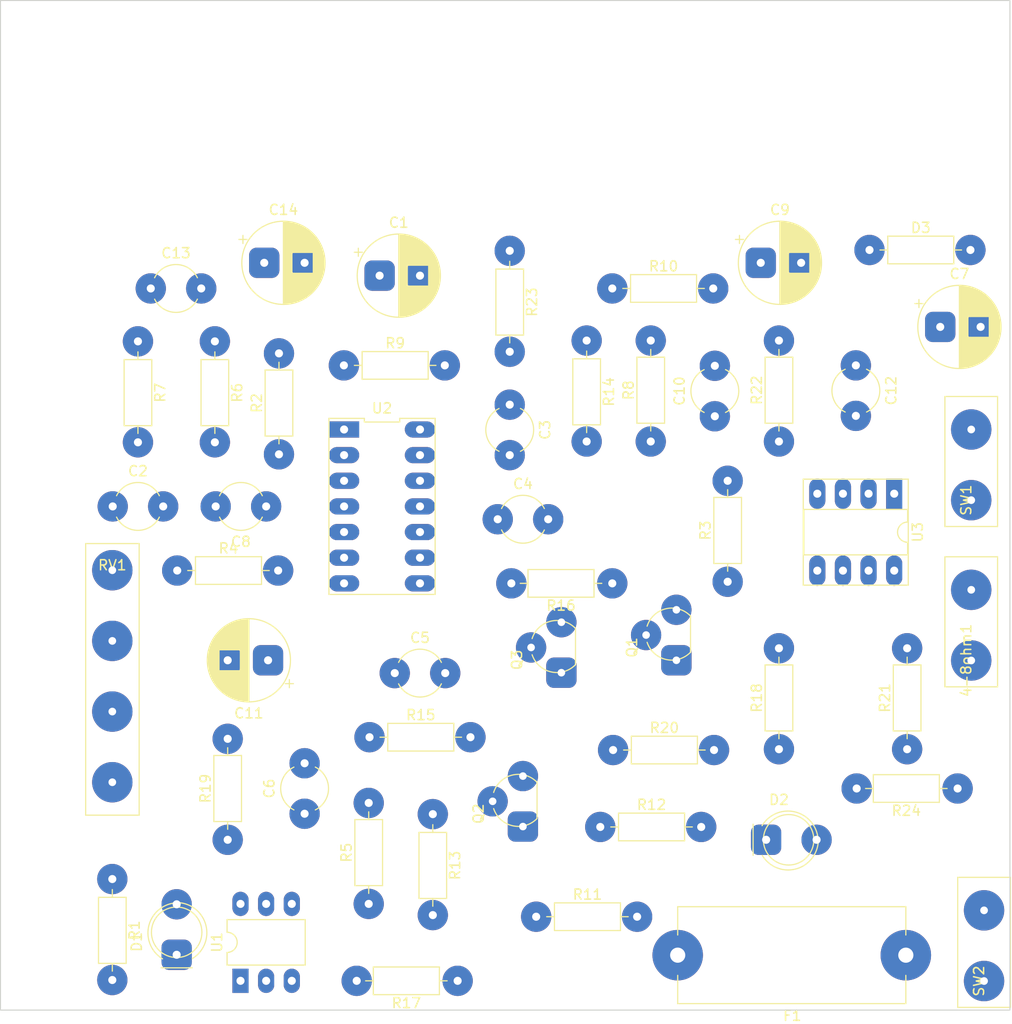
<source format=kicad_pcb>
(kicad_pcb (version 20221018) (generator pcbnew)
  (title_block (title "Sidetone-morse-voice-generator") (date "2024-02-06") (rev "0"))
  (layers (0 "F.Cu" signal) (31 "B.Cu" signal) (34 "B.Paste" user) (35 "F.Paste" user) (36 "B.SilkS" user "B.Silkscreen") (37 "F.SilkS" user "F.Silkscreen") (38 "B.Mask" user) (39 "F.Mask" user) (44 "Edge.Cuts" user))
  (net 0 "")
  (net 1 "Net-(U2A--)")
  (net 2 "GNDD")
  (net 3 "Net-(Q2-B)")
  (net 4 "Net-(C3-Pad1)")
  (net 5 "Net-(U2D--)")
  (net 6 "Net-(U2C--)")
  (net 7 "Net-(C4-Pad2)")
  (net 8 "Net-(U2C-+)")
  (net 9 "Net-(Q1-C)")
  (net 10 "Net-(C6-Pad2)")
  (net 11 "Net-(C7-Pad1)")
  (net 12 "Net-(C8-Pad2)")
  (net 13 "VCC")
  (net 14 "Net-(C10-Pad2)")
  (net 15 "Net-(C12-Pad1)")
  (net 16 "Net-(U3-+)")
  (net 17 "Net-(C13-Pad1)")
  (net 18 "Net-(4-8ohm1-Pad1)")
  (net 19 "Net-(SW2A-A)")
  (net 20 "Net-(Q1-E)")
  (net 21 "Net-(Q1-B)")
  (net 22 "Net-(Q2-E)")
  (net 23 "Net-(Q3-B)")
  (net 24 "Net-(Q3-C)")
  (net 25 "Net-(D1-A)")
  (net 26 "Net-(R5-Pad1)")
  (net 27 "Net-(R6-Pad1)")
  (net 28 "Net-(U2A-+)")
  (net 29 "Net-(R22-Pad1)")
  (net 30 "Net-(D2-A)")
  (net 31 "Net-(D1-K)")
  (net 32 "Net-(SW1A-A)")
  (net 38 "Net-(R15-Pad1)")
  (footprint "000_Other_Device:Kapcsolo_Pad_Group_2Pin_P7mm" (layer "F.Cu") (at 196.85 147.34 90)
    (fp_text reference "SW2" (at 0 -0.5 90 unlocked) (layer "F.SilkS"))
    (fp_text value "On/off")
    (pad "1" thru_hole circle (at 0 0 90) (size 4 4) (drill 0.762) (layers "*.Cu" "*.Mask") (net 19 "Net-(SW2A-A)"))
    (pad "2" thru_hole circle (at 7 0 90) (size 4 4) (drill 0.762) (layers "*.Cu" "*.Mask") (net 13 "VCC"))
  )
  (footprint "000_Capacitor:C_Radial_Ceramic_D4.5mm_P5.00mm" (layer "F.Cu") (at 110.53 100.33)
    (fp_text reference "C2" (at 2.5 -3.5) (layer "F.SilkS"))
    (fp_text value "20nF")
    (pad "1" thru_hole circle (at 0 0) (size 3 3) (drill 0.8) (layers "*.Cu" "*.Mask") (net 3 "Net-(Q2-B)"))
    (pad "2" thru_hole circle (at 5 0) (size 3 3) (drill 0.8) (layers "*.Cu" "*.Mask") (net 2 "GNDD"))
  )
  (footprint "000_Capacitor:C_Radial_Ceramic_D4.5mm_P5.00mm" (layer "F.Cu") (at 129.54 130.77 90)
    (fp_text reference "C6" (at 2.5 -3.5 90) (layer "F.SilkS"))
    (fp_text value "10nF")
    (pad "1" thru_hole circle (at 0 0 90) (size 3 3) (drill 0.8) (layers "*.Cu" "*.Mask") (net 9 "Net-(Q1-C)"))
    (pad "2" thru_hole circle (at 5 0 90) (size 3 3) (drill 0.8) (layers "*.Cu" "*.Mask") (net 10 "Net-(C6-Pad2)"))
  )
  (footprint "000_Resistor:R_Axial_L6.3mm_D2.5mm_P10.0mm_Horizontal" (layer "F.Cu") (at 176.53 93.9 90)
    (fp_text reference "R22" (at 5.08 -2.2 90) (layer "F.SilkS"))
    (fp_text value "15K")
    (pad "1" thru_hole circle (at 0 0 90) (size 3 3) (drill 0.8) (layers "*.Cu" "*.Mask") (net 29 "Net-(R22-Pad1)"))
    (pad "2" thru_hole circle (at 10 0 90) (size 3 3) (drill 0.8) (layers "*.Cu" "*.Mask") (net 15 "Net-(C12-Pad1)"))
  )
  (footprint "000_IC:DIP-14_LM324" (layer "F.Cu") (at 137.21 100.33 -90)
    (fp_text reference "U2" (at -9.72 0) (layer "F.SilkS"))
    (fp_text value "LM324")
    (pad "1" thru_hole rect (at -7.62 3.76 270) (size 1.6 3) (drill 0.8) (layers "*.Cu" "*.Mask") (net 27 "Net-(R6-Pad1)"))
    (pad "2" thru_hole oval (at -5.08 3.76 270) (size 1.6 3) (drill 0.8) (layers "*.Cu" "*.Mask") (net 1 "Net-(U2A--)"))
    (pad "3" thru_hole oval (at -2.54 3.76 270) (size 1.6 3) (drill 0.8) (layers "*.Cu" "*.Mask") (net 28 "Net-(U2A-+)"))
    (pad "4" thru_hole oval (at 0 3.76 270) (size 1.6 3) (drill 0.8) (layers "*.Cu" "*.Mask") (net 13 "VCC"))
    (pad "5" thru_hole oval (at 2.54 3.76 270) (size 1.6 3) (drill 0.8) (layers "*.Cu" "*.Mask") (net 24 "Net-(Q3-C)"))
    (pad "6" thru_hole oval (at 5.08 3.76 270) (size 1.6 3) (drill 0.8) (layers "*.Cu" "*.Mask") (net 9 "Net-(Q1-C)"))
    (pad "7" thru_hole oval (at 7.62 3.76 270) (size 1.6 3) (drill 0.8) (layers "*.Cu" "*.Mask") (net 10 "Net-(C6-Pad2)"))
    (pad "8" thru_hole oval (at 7.62 -3.76 270) (size 1.6 3) (drill 0.8) (layers "*.Cu" "*.Mask") (net 6 "Net-(U2C--)"))
    (pad "9" thru_hole oval (at 5.08 -3.76 270) (size 1.6 3) (drill 0.8) (layers "*.Cu" "*.Mask") (net 6 "Net-(U2C--)"))
    (pad "10" thru_hole oval (at 2.54 -3.76 270) (size 1.6 3) (drill 0.8) (layers "*.Cu" "*.Mask") (net 8 "Net-(U2C-+)"))
    (pad "11" thru_hole oval (at 0 -3.76 270) (size 1.6 3) (drill 0.8) (layers "*.Cu" "*.Mask") (net 2 "GNDD"))
    (pad "12" thru_hole oval (at -2.54 -3.76 270) (size 1.6 3) (drill 0.8) (layers "*.Cu" "*.Mask") (net 1 "Net-(U2A--)"))
    (pad "13" thru_hole oval (at -5.08 -3.76 270) (size 1.6 3) (drill 0.8) (layers "*.Cu" "*.Mask") (net 5 "Net-(U2D--)"))
    (pad "14" thru_hole oval (at -7.62 -3.76 270) (size 1.6 3) (drill 0.8) (layers "*.Cu" "*.Mask") (net 4 "Net-(C3-Pad1)"))
  )
  (footprint "000_Diode:LED_D5.0mm_P5.0_Clear" (layer "F.Cu") (at 175.26 133.35)
    (fp_text reference "D2" (at 1.27 -3.96) (layer "F.SilkS"))
    (fp_text value "Power (Green)")
    (pad "1" thru_hole roundrect (at 0 0) (size 3 3) (drill 0.8) (layers "*.Cu" "*.Mask") (net 2 "GNDD"))
    (pad "2" thru_hole circle (at 5 0) (size 3 3) (drill 0.8) (layers "*.Cu" "*.Mask") (net 30 "Net-(D2-A)"))
  )
  (footprint "000_Capacitor:C_Radial_Ceramic_D4.5mm_P5.00mm" (layer "F.Cu") (at 170.18 91.4 90)
    (fp_text reference "C10" (at 2.5 -3.5 90) (layer "F.SilkS"))
    (fp_text value "100nF")
    (pad "1" thru_hole circle (at 0 0 90) (size 3 3) (drill 0.8) (layers "*.Cu" "*.Mask") (net 6 "Net-(U2C--)"))
    (pad "2" thru_hole circle (at 5 0 90) (size 3 3) (drill 0.8) (layers "*.Cu" "*.Mask") (net 14 "Net-(C10-Pad2)"))
  )
  (footprint "000_Capacitor:CP_Radial_Elektrolit_D8.0mm_P4.0mm_H12" (layer "F.Cu") (at 125.54 76.2)
    (fp_text reference "C14" (at 1.9 -5.25) (layer "F.SilkS"))
    (fp_text value "100uF/16V")
    (pad "1" thru_hole roundrect (at 0 0) (size 3 3) (drill 0.8) (layers "*.Cu" "*.Mask") (net 17 "Net-(C13-Pad1)"))
    (pad "2" thru_hole circle (at 4 0) (size 3 3) (drill 0.8) (layers "*.Cu" "*.Mask") (net 18 "Net-(4-8ohm1-Pad1)"))
  )
  (footprint "000_Transistor:TO-92_Kis_Muanyag_Hazas_Transistor" (layer "F.Cu") (at 166.37 115.57 90)
    (fp_text reference "Q1" (at 1.27 -4.4 90) (layer "F.SilkS"))
    (fp_text value "2N3904")
    (pad "1" thru_hole roundrect (at 0 0 90) (size 3 3) (drill 0.75) (layers "*.Cu" "*.Mask") (chamfer_ratio 0.2) (chamfer) (net 20 "Net-(Q1-E)"))
    (pad "2" thru_hole circle (at 2.5 -3 90) (size 3 3) (drill 0.75) (layers "*.Cu" "*.Mask") (net 21 "Net-(Q1-B)"))
    (pad "3" thru_hole circle (at 5 0 90) (size 3 3) (drill 0.75) (layers "*.Cu" "*.Mask") (net 9 "Net-(Q1-C)"))
  )
  (footprint "000_Capacitor:CP_Radial_Elektrolit_D8.0mm_P4.0mm_H12" (layer "F.Cu") (at 136.97 77.47)
    (fp_text reference "C1" (at 1.9 -5.25) (layer "F.SilkS"))
    (fp_text value "100uF/16V")
    (pad "1" thru_hole roundrect (at 0 0) (size 3 3) (drill 0.8) (layers "*.Cu" "*.Mask") (net 1 "Net-(U2A--)"))
    (pad "2" thru_hole circle (at 4 0) (size 3 3) (drill 0.8) (layers "*.Cu" "*.Mask") (net 2 "GNDD"))
  )
  (footprint "000_Resistor:R_Axial_L6.3mm_D2.5mm_P10.0mm_Horizontal" (layer "F.Cu") (at 185.5 74.93)
    (fp_text reference "D3" (at 5.08 -2.2) (layer "F.SilkS"))
    (fp_text value "1N4001")
    (pad "1" thru_hole circle (at 0 0) (size 3 3) (drill 0.8) (layers "*.Cu" "*.Mask") (net 13 "VCC"))
    (pad "2" thru_hole circle (at 10 0) (size 3 3) (drill 0.8) (layers "*.Cu" "*.Mask") (net 2 "GNDD"))
  )
  (footprint "000_Resistor:Potenciometer_4Pin_P7mm" (layer "F.Cu") (at 110.49 106.65)
    (fp_text reference "RV1" (at 0 -0.5 unlocked) (layer "F.SilkS"))
    (fp_text value "10K Audio")
    (pad "1" thru_hole circle (at 0 0) (size 4 4) (drill 0.762) (layers "*.Cu" "*.Mask") (net 12 "Net-(C8-Pad2)"))
    (pad "2" thru_hole circle (at 0 7) (size 4 4) (drill 0.762) (layers "*.Cu" "*.Mask") (net 29 "Net-(R22-Pad1)"))
    (pad "3" thru_hole circle (at 0 14) (size 4 4) (drill 0.762) (layers "*.Cu" "*.Mask") (net 2 "GNDD"))
    (pad "4" thru_hole circle (at 0 21) (size 4 4) (drill 0.762) (layers "*.Cu" "*.Mask"))
  )
  (footprint "000_Resistor:R_Axial_L6.3mm_D2.5mm_P10.0mm_Horizontal" (layer "F.Cu") (at 120.65 83.98 -90)
    (fp_text reference "R6" (at 5.08 -2.2 90) (layer "F.SilkS"))
    (fp_text value "100K")
    (pad "1" thru_hole circle (at 0 0 270) (size 3 3) (drill 0.8) (layers "*.Cu" "*.Mask") (net 27 "Net-(R6-Pad1)"))
    (pad "2" thru_hole circle (at 10 0 270) (size 3 3) (drill 0.8) (layers "*.Cu" "*.Mask") (net 28 "Net-(U2A-+)"))
  )
  (footprint "000_Resistor:R_Axial_L6.3mm_D2.5mm_P10.0mm_Horizontal" (layer "F.Cu") (at 152.48 140.97)
    (fp_text reference "R11" (at 5.08 -2.2) (layer "F.SilkS"))
    (fp_text value "22 K")
    (pad "1" thru_hole circle (at 0 0) (size 3 3) (drill 0.8) (layers "*.Cu" "*.Mask") (net 13 "VCC"))
    (pad "2" thru_hole circle (at 10 0) (size 3 3) (drill 0.8) (layers "*.Cu" "*.Mask") (net 9 "Net-(Q1-C)"))
  )
  (footprint "000_Capacitor:CP_Radial_Elektrolit_D8.0mm_P4.0mm_H12" (layer "F.Cu") (at 125.92 115.57 180)
    (fp_text reference "C11" (at 1.9 -5.25) (layer "F.SilkS"))
    (fp_text value "100uF/16V")
    (pad "1" thru_hole roundrect (at 0 0 180) (size 3 3) (drill 0.8) (layers "*.Cu" "*.Mask") (net 13 "VCC"))
    (pad "2" thru_hole circle (at 4 0 180) (size 3 3) (drill 0.8) (layers "*.Cu" "*.Mask") (net 2 "GNDD"))
  )
  (footprint "000_Resistor:R_Axial_L6.3mm_D2.5mm_P10.0mm_Horizontal" (layer "F.Cu") (at 194.23 128.27 180)
    (fp_text reference "R24" (at 5.08 -2.2) (layer "F.SilkS"))
    (fp_text value "1K")
    (pad "1" thru_hole circle (at 0 0 180) (size 3 3) (drill 0.8) (layers "*.Cu" "*.Mask") (net 13 "VCC"))
    (pad "2" thru_hole circle (at 10 0 180) (size 3 3) (drill 0.8) (layers "*.Cu" "*.Mask") (net 30 "Net-(D2-A)"))
  )
  (footprint "000_Resistor:R_Axial_L6.3mm_D2.5mm_P10.0mm_Horizontal" (layer "F.Cu") (at 121.92 133.35 90)
    (fp_text reference "R19" (at 5.08 -2.2 90) (layer "F.SilkS"))
    (fp_text value "10K")
    (pad "1" thru_hole circle (at 0 0 90) (size 3 3) (drill 0.8) (layers "*.Cu" "*.Mask") (net 9 "Net-(Q1-C)"))
    (pad "2" thru_hole circle (at 10 0 90) (size 3 3) (drill 0.8) (layers "*.Cu" "*.Mask") (net 10 "Net-(C6-Pad2)"))
  )
  (footprint "000_Other_Device:Fuseholder_22x10mm_Horizontal" (layer "F.Cu") (at 189.1 144.78 180)
    (fp_text reference "F1" (at 11.25 -6) (layer "F.SilkS"))
    (fp_text value "1A")
    (pad "1" thru_hole circle (at 0 0 180) (size 5 5) (drill 1.5) (layers "*.Cu" "*.Mask") (net 13 "VCC"))
    (pad "2" thru_hole circle (at 22.6 0 180) (size 5 5) (drill 1.5) (layers "*.Cu" "*.Mask") (net 19 "Net-(SW2A-A)"))
  )
  (footprint "000_Resistor:R_Axial_L6.3mm_D2.5mm_P10.0mm_Horizontal" (layer "F.Cu") (at 135.97 123.19)
    (fp_text reference "R15" (at 5.08 -2.2) (layer "F.SilkS"))
    (fp_text value "330")
    (pad "1" thru_hole circle (at 0 0) (size 3 3) (drill 0.8) (layers "*.Cu" "*.Mask") (net 38 "Net-(R15-Pad1)"))
    (pad "2" thru_hole circle (at 10 0) (size 3 3) (drill 0.8) (layers "*.Cu" "*.Mask") (net 23 "Net-(Q3-B)"))
  )
  (footprint "000_Resistor:R_Axial_L6.3mm_D2.5mm_P10.0mm_Horizontal" (layer "F.Cu") (at 160.1 124.46)
    (fp_text reference "R20" (at 5.08 -2.2) (layer "F.SilkS"))
    (fp_text value "10K")
    (pad "1" thru_hole circle (at 0 0) (size 3 3) (drill 0.8) (layers "*.Cu" "*.Mask") (net 13 "VCC"))
    (pad "2" thru_hole circle (at 10 0) (size 3 3) (drill 0.8) (layers "*.Cu" "*.Mask") (net 11 "Net-(C7-Pad1)"))
  )
  (footprint "000_Resistor:R_Axial_L6.3mm_D2.5mm_P10.0mm_Horizontal" (layer "F.Cu") (at 163.83 93.9 90)
    (fp_text reference "R8" (at 5.08 -2.2 90) (layer "F.SilkS"))
    (fp_text value "330")
    (pad "1" thru_hole circle (at 0 0 90) (size 3 3) (drill 0.8) (layers "*.Cu" "*.Mask") (net 38 "Net-(R15-Pad1)"))
    (pad "2" thru_hole circle (at 10 0 90) (size 3 3) (drill 0.8) (layers "*.Cu" "*.Mask") (net 21 "Net-(Q1-B)"))
  )
  (footprint "000_Transistor:TO-92_Kis_Muanyag_Hazas_Transistor" (layer "F.Cu") (at 154.9775 116.8 90)
    (fp_text reference "Q3" (at 1.27 -4.4 90) (layer "F.SilkS"))
    (fp_text value "2N3904")
    (pad "1" thru_hole roundrect (at 0 0 90) (size 3 3) (drill 0.75) (layers "*.Cu" "*.Mask") (chamfer_ratio 0.2) (chamfer) (net 20 "Net-(Q1-E)"))
    (pad "2" thru_hole circle (at 2.5 -3 90) (size 3 3) (drill 0.75) (layers "*.Cu" "*.Mask") (net 23 "Net-(Q3-B)"))
    (pad "3" thru_hole circle (at 5 0 90) (size 3 3) (drill 0.75) (layers "*.Cu" "*.Mask") (net 24 "Net-(Q3-C)"))
  )
  (footprint "000_Capacitor:CP_Radial_Elektrolit_D8.0mm_P4.0mm_H12" (layer "F.Cu") (at 174.727349 76.2)
    (fp_text reference "C9" (at 1.9 -5.25) (layer "F.SilkS"))
    (fp_text value "100uF/16V")
    (pad "1" thru_hole roundrect (at 0 0) (size 3 3) (drill 0.8) (layers "*.Cu" "*.Mask") (net 13 "VCC"))
    (pad "2" thru_hole circle (at 4 0) (size 3 3) (drill 0.8) (layers "*.Cu" "*.Mask") (net 2 "GNDD"))
  )
  (footprint "000_Resistor:R_Axial_L6.3mm_D2.5mm_P10.0mm_Horizontal" (layer "F.Cu") (at 127 95.17 90)
    (fp_text reference "R2" (at 5.08 -2.2 90) (layer "F.SilkS"))
    (fp_text value "10 K")
    (pad "1" thru_hole circle (at 0 0 90) (size 3 3) (drill 0.8) (layers "*.Cu" "*.Mask") (net 13 "VCC"))
    (pad "2" thru_hole circle (at 10 0 90) (size 3 3) (drill 0.8) (layers "*.Cu" "*.Mask") (net 1 "Net-(U2A--)"))
  )
  (footprint "000_Diode:LED_D5.0mm_P5.0_Clear" (layer "F.Cu") (at 116.865 144.74 90)
    (fp_text reference "D1" (at 1.27 -3.96 90) (layer "F.SilkS"))
    (fp_text value "Red")
    (pad "1" thru_hole roundrect (at 0 0 90) (size 3 3) (drill 0.8) (layers "*.Cu" "*.Mask") (net 31 "Net-(D1-K)"))
    (pad "2" thru_hole circle (at 5 0 90) (size 3 3) (drill 0.8) (layers "*.Cu" "*.Mask") (net 25 "Net-(D1-A)"))
  )
  (footprint "000_Resistor:R_Axial_L6.3mm_D2.5mm_P10.0mm_Horizontal" (layer "F.Cu") (at 189.23 124.38 90)
    (fp_text reference "R21" (at 5.08 -2.2 90) (layer "F.SilkS"))
    (fp_text value "10")
    (pad "1" thru_hole circle (at 0 0 90) (size 3 3) (drill 0.8) (layers "*.Cu" "*.Mask") (net 13 "VCC"))
    (pad "2" thru_hole circle (at 10 0 90) (size 3 3) (drill 0.8) (layers "*.Cu" "*.Mask") (net 13 "VCC"))
  )
  (footprint "000_Resistor:R_Axial_L6.3mm_D2.5mm_P10.0mm_Horizontal" (layer "F.Cu") (at 149.86 75.01 -90)
    (fp_text reference "R23" (at 5.08 -2.2 90) (layer "F.SilkS"))
    (fp_text value "1K")
    (pad "1" thru_hole circle (at 0 0 270) (size 3 3) (drill 0.8) (layers "*.Cu" "*.Mask") (net 15 "Net-(C12-Pad1)"))
    (pad "2" thru_hole circle (at 10 0 270) (size 3 3) (drill 0.8) (layers "*.Cu" "*.Mask") (net 2 "GNDD"))
  )
  (footprint "000_Resistor:R_Axial_L6.3mm_D2.5mm_P10.0mm_Horizontal" (layer "F.Cu") (at 160.02 107.95 180)
    (fp_text reference "R16" (at 5.08 -2.2) (layer "F.SilkS"))
    (fp_text value "33K")
    (pad "1" thru_hole circle (at 0 0 180) (size 3 3) (drill 0.8) (layers "*.Cu" "*.Mask") (net 7 "Net-(C4-Pad2)"))
    (pad "2" thru_hole circle (at 10 0 180) (size 3 3) (drill 0.8) (layers "*.Cu" "*.Mask") (net 8 "Net-(U2C-+)"))
  )
  (footprint "000_Resistor:R_Axial_L6.3mm_D2.5mm_P10.0mm_Horizontal" (layer "F.Cu") (at 110.49 137.24 -90)
    (fp_text reference "R1" (at 5.08 -2.2 90) (layer "F.SilkS"))
    (fp_text value "750")
    (pad "1" thru_hole circle (at 0 0 270) (size 3 3) (drill 0.8) (layers "*.Cu" "*.Mask") (net 13 "VCC"))
    (pad "2" thru_hole circle (at 10 0 270) (size 3 3) (drill 0.8) (layers "*.Cu" "*.Mask") (net 25 "Net-(D1-A)"))
  )
  (footprint "000_Resistor:R_Axial_L6.3mm_D2.5mm_P10.0mm_Horizontal" (layer "F.Cu") (at 135.89 139.7 90)
    (fp_text reference "R5" (at 5.08 -2.2 90) (layer "F.SilkS"))
    (fp_text value "220 K")
    (pad "1" thru_hole circle (at 0 0 90) (size 3 3) (drill 0.8) (layers "*.Cu" "*.Mask") (net 26 "Net-(R5-Pad1)"))
    (pad "2" thru_hole circle (at 10 0 90) (size 3 3) (drill 0.8) (layers "*.Cu" "*.Mask") (net 3 "Net-(Q2-B)"))
  )
  (footprint "000_Resistor:R_Axial_L6.3mm_D2.5mm_P10.0mm_Horizontal" (layer "F.Cu") (at 157.48 83.9 -90)
    (fp_text reference "R14" (at 5.08 -2.2 90) (layer "F.SilkS"))
    (fp_text value "33K")
    (pad "1" thru_hole circle (at 0 0 270) (size 3 3) (drill 0.8) (layers "*.Cu" "*.Mask") (net 4 "Net-(C3-Pad1)"))
    (pad "2" thru_hole circle (at 10 0 270) (size 3 3) (drill 0.8) (layers "*.Cu" "*.Mask") (net 7 "Net-(C4-Pad2)"))
  )
  (footprint "000_Resistor:R_Axial_L6.3mm_D2.5mm_P10.0mm_Horizontal" (layer "F.Cu") (at 158.83 132.08)
    (fp_text reference "R12" (at 5.08 -2.2) (layer "F.SilkS"))
    (fp_text value "22 K")
    (pad "1" thru_hole circle (at 0 0) (size 3 3) (drill 0.8) (layers "*.Cu" "*.Mask") (net 22 "Net-(Q2-E)"))
    (pad "2" thru_hole circle (at 10 0) (size 3 3) (drill 0.8) (layers "*.Cu" "*.Mask") (net 2 "GNDD"))
  )
  (footprint "000_Resistor:R_Axial_L6.3mm_D2.5mm_P10.0mm_Horizontal" (layer "F.Cu") (at 142.24 130.81 -90)
    (fp_text reference "R13" (at 5.08 -2.2 90) (layer "F.SilkS"))
    (fp_text value "22 K")
    (pad "1" thru_hole circle (at 0 0 270) (size 3 3) (drill 0.8) (layers "*.Cu" "*.Mask") (net 13 "VCC"))
    (pad "2" thru_hole circle (at 10 0 270) (size 3 3) (drill 0.8) (layers "*.Cu" "*.Mask") (net 24 "Net-(Q3-C)"))
  )
  (footprint "000_Resistor:R_Axial_L6.3mm_D2.5mm_P10.0mm_Horizontal" (layer "F.Cu") (at 113.03 83.98 -90)
    (fp_text reference "R7" (at 5.08 -2.2 -270) (layer "F.SilkS"))
    (fp_text value "47K")
    (pad "1" thru_hole circle (at 0 0 270) (size 3 3) (drill 0.8) (layers "*.Cu" "*.Mask") (net 4 "Net-(C3-Pad1)"))
    (pad "2" thru_hole circle (at 10 0 270) (size 3 3) (drill 0.8) (layers "*.Cu" "*.Mask") (net 28 "Net-(U2A-+)"))
  )
  (footprint "000_Resistor:R_Axial_L6.3mm_D2.5mm_P10.0mm_Horizontal" (layer "F.Cu") (at 176.53 124.38 90)
    (fp_text reference "R18" (at 5.08 -2.2 90) (layer "F.SilkS"))
    (fp_text value "10K")
    (pad "1" thru_hole circle (at 0 0 90) (size 3 3) (drill 0.8) (layers "*.Cu" "*.Mask") (net 11 "Net-(C7-Pad1)"))
    (pad "2" thru_hole circle (at 10 0 90) (size 3 3) (drill 0.8) (layers "*.Cu" "*.Mask") (net 2 "GNDD"))
  )
  (footprint "000_IC:DIP-8_W7.62mm_Socket_LongPads" (layer "F.Cu") (at 187.95 99.07 -90)
    (fp_text reference "U3" (at 3.81 -2.33 90) (layer "F.SilkS"))
    (fp_text value "LM386")
    (pad "1" thru_hole rect (at 0 0 270) (size 3 1.6) (drill 0.8) (layers "*.Cu" "*.Mask"))
    (pad "2" thru_hole oval (at 0 2.54 270) (size 3 1.6) (drill 0.8) (layers "*.Cu" "*.Mask") (net 2 "GNDD"))
    (pad "3" thru_hole oval (at 0 5.08 270) (size 3 1.6) (drill 0.8) (layers "*.Cu" "*.Mask") (net 16 "Net-(U3-+)"))
    (pad "4" thru_hole oval (at 0 7.62 270) (size 3 1.6) (drill 0.8) (layers "*.Cu" "*.Mask") (net 2 "GNDD"))
    (pad "5" thru_hole oval (at 7.62 7.62 270) (size 3 1.6) (drill 0.8) (layers "*.Cu" "*.Mask") (net 17 "Net-(C13-Pad1)"))
    (pad "6" thru_hole oval (at 7.62 5.08 270) (size 3 1.6) (drill 0.8) (layers "*.Cu" "*.Mask") (net 13 "VCC"))
    (pad "7" thru_hole oval (at 7.62 2.54 270) (size 3 1.6) (drill 0.8) (layers "*.Cu" "*.Mask"))
    (pad "8" thru_hole oval (at 7.62 0 270) (size 3 1.6) (drill 0.8) (layers "*.Cu" "*.Mask"))
  )
  (footprint "000_Resistor:R_Axial_L6.3mm_D2.5mm_P10.0mm_Horizontal" (layer "F.Cu") (at 171.45 107.79 90)
    (fp_text reference "R3" (at 5.08 -2.2 90) (layer "F.SilkS"))
    (fp_text value "10 K")
    (pad "1" thru_hole circle (at 0 0 90) (size 3 3) (drill 0.8) (layers "*.Cu" "*.Mask") (net 1 "Net-(U2A--)"))
    (pad "2" thru_hole circle (at 10 0 90) (size 3 3) (drill 0.8) (layers "*.Cu" "*.Mask") (net 2 "GNDD"))
  )
  (footprint "000_Resistor:R_Axial_L6.3mm_D2.5mm_P10.0mm_Horizontal" (layer "F.Cu") (at 160.02 78.74)
    (fp_text reference "R10" (at 5.08 -2.2) (layer "F.SilkS"))
    (fp_text value "10K")
    (pad "1" thru_hole circle (at 0 0) (size 3 3) (drill 0.8) (layers "*.Cu" "*.Mask") (net 21 "Net-(Q1-B)"))
    (pad "2" thru_hole circle (at 10 0) (size 3 3) (drill 0.8) (layers "*.Cu" "*.Mask") (net 14 "Net-(C10-Pad2)"))
  )
  (footprint "000_Capacitor:CP_Radial_Elektrolit_D8.0mm_P4.0mm_H12" (layer "F.Cu") (at 192.507349 82.55)
    (fp_text reference "C7" (at 1.9 -5.25) (layer "F.SilkS"))
    (fp_text value "100uF/16V")
    (pad "1" thru_hole roundrect (at 0 0) (size 3 3) (drill 0.8) (layers "*.Cu" "*.Mask") (net 11 "Net-(C7-Pad1)"))
    (pad "2" thru_hole circle (at 4 0) (size 3 3) (drill 0.8) (layers "*.Cu" "*.Mask") (net 2 "GNDD"))
  )
  (footprint "000_Capacitor:C_Radial_Ceramic_D4.5mm_P5.00mm" (layer "F.Cu") (at 125.73 100.33 180)
    (fp_text reference "C8" (at 2.5 -3.5) (layer "F.SilkS"))
    (fp_text value "100nF")
    (pad "1" thru_hole circle (at 0 0 180) (size 3 3) (drill 0.8) (layers "*.Cu" "*.Mask") (net 10 "Net-(C6-Pad2)"))
    (pad "2" thru_hole circle (at 5 0 180) (size 3 3) (drill 0.8) (layers "*.Cu" "*.Mask") (net 12 "Net-(C8-Pad2)"))
  )
  (footprint "000_Capacitor:C_Radial_Ceramic_D4.5mm_P5.00mm" (layer "F.Cu") (at 114.3 78.74)
    (fp_text reference "C13" (at 2.5 -3.5) (layer "F.SilkS"))
    (fp_text value "200nF")
    (pad "1" thru_hole circle (at 0 0) (size 3 3) (drill 0.8) (layers "*.Cu" "*.Mask") (net 17 "Net-(C13-Pad1)"))
    (pad "2" thru_hole circle (at 5 0) (size 3 3) (drill 0.8) (layers "*.Cu" "*.Mask") (net 2 "GNDD"))
  )
  (footprint "000_Capacitor:C_Radial_Ceramic_D4.5mm_P5.00mm" (layer "F.Cu") (at 149.86 90.25 -90)
    (fp_text reference "C3" (at 2.5 -3.5 90) (layer "F.SilkS"))
    (fp_text value "10 nF")
    (pad "1" thru_hole circle (at 0 0 270) (size 3 3) (drill 0.8) (layers "*.Cu" "*.Mask") (net 4 "Net-(C3-Pad1)"))
    (pad "2" thru_hole circle (at 5 0 270) (size 3 3) (drill 0.8) (layers "*.Cu" "*.Mask") (net 5 "Net-(U2D--)"))
  )
  (footprint "000_Resistor:R_Axial_L6.3mm_D2.5mm_P10.0mm_Horizontal" (layer "F.Cu") (at 133.43 86.36)
    (fp_text reference "R9" (at 5.08 -2.2) (layer "F.SilkS"))
    (fp_text value "100K")
    (pad "1" thru_hole circle (at 0 0) (size 3 3) (drill 0.8) (layers "*.Cu" "*.Mask") (net 27 "Net-(R6-Pad1)"))
    (pad "2" thru_hole circle (at 10 0) (size 3 3) (drill 0.8) (layers "*.Cu" "*.Mask") (net 5 "Net-(U2D--)"))
  )
  (footprint "000_Capacitor:C_Radial_Ceramic_D4.5mm_P5.00mm" (layer "F.Cu") (at 148.67 101.6)
    (fp_text reference "C4" (at 2.5 -3.5) (layer "F.SilkS"))
    (fp_text value "20nF")
    (pad "1" thru_hole circle (at 0 0) (size 3 3) (drill 0.8) (layers "*.Cu" "*.Mask") (net 6 "Net-(U2C--)"))
    (pad "2" thru_hole circle (at 5 0) (size 3 3) (drill 0.8) (layers "*.Cu" "*.Mask") (net 7 "Net-(C4-Pad2)"))
  )
  (footprint "000_Other_Device:Morse_Key_Pad_Group_2Pin_P7mm" (layer "F.Cu") (at 195.58 99.71 90)
    (fp_text reference "SW1" (at 0 -0.5 90 unlocked) (layer "F.SilkS"))
    (fp_text value "morse key")
    (pad "1" thru_hole circle (at 0 0 90) (size 4 4) (drill 0.762) (layers "*.Cu" "*.Mask") (net 32 "Net-(SW1A-A)"))
    (pad "2" thru_hole circle (at 7 0 90) (size 4 4) (drill 0.762) (layers "*.Cu" "*.Mask") (net 2 "GNDD"))
  )
  (footprint "000_Transistor:TO-92_Kis_Muanyag_Hazas_Transistor" (layer "F.Cu") (at 151.1675 132.04 90)
    (fp_text reference "Q2" (at 1.27 -4.4 90) (layer "F.SilkS"))
    (fp_text value "2N3904")
    (pad "1" thru_hole roundrect (at 0 0 90) (size 3 3) (drill 0.75) (layers "*.Cu" "*.Mask") (chamfer_ratio 0.2) (chamfer) (net 22 "Net-(Q2-E)"))
    (pad "2" thru_hole circle (at 2.5 -3 90) (size 3 3) (drill 0.75) (layers "*.Cu" "*.Mask") (net 3 "Net-(Q2-B)"))
    (pad "3" thru_hole circle (at 5 0 90) (size 3 3) (drill 0.75) (layers "*.Cu" "*.Mask") (net 20 "Net-(Q1-E)"))
  )
  (footprint "000_IC:DIP-6_W7.62mm_LongPads" (layer "F.Cu") (at 123.19 147.32 90)
    (fp_text reference "U1" (at 3.81 -2.33 90) (layer "F.SilkS"))
    (fp_text value "4N35")
    (pad "1" thru_hole rect (at 0 0 90) (size 2.4 1.6) (drill 0.8) (layers "*.Cu" "*.Mask") (net 31 "Net-(D1-K)"))
    (pad "2" thru_hole oval (at 0 2.54 90) (size 2.4 1.6) (drill 0.8) (layers "*.Cu" "*.Mask") (net 32 "Net-(SW1A-A)"))
    (pad "3" thru_hole oval (at 0 5.08 90) (size 2.4 1.6) (drill 0.8) (layers "*.Cu" "*.Mask"))
    (pad "4" thru_hole oval (at 7.62 5.08 90) (size 2.4 1.6) (drill 0.8) (layers "*.Cu" "*.Mask") (net 26 "Net-(R5-Pad1)"))
    (pad "5" thru_hole oval (at 7.62 2.54 90) (size 2.4 1.6) (drill 0.8) (layers "*.Cu" "*.Mask") (net 13 "VCC"))
    (pad "6" thru_hole oval (at 7.62 0 90) (size 2.4 1.6) (drill 0.8) (layers "*.Cu" "*.Mask"))
  )
  (footprint "000_Resistor:R_Axial_L6.3mm_D2.5mm_P10.0mm_Horizontal" (layer "F.Cu") (at 116.92 106.68)
    (fp_text reference "R4" (at 5.08 -2.2) (layer "F.SilkS"))
    (fp_text value "220 K")
    (pad "1" thru_hole circle (at 0 0) (size 3 3) (drill 0.8) (layers "*.Cu" "*.Mask") (net 3 "Net-(Q2-B)"))
    (pad "2" thru_hole circle (at 10 0) (size 3 3) (drill 0.8) (layers "*.Cu" "*.Mask") (net 2 "GNDD"))
  )
  (footprint "000_Other_Device:Hangszoro" (layer "F.Cu") (at 195.58 115.59 90)
    (fp_text reference "4-8ohm1" (at 0 -0.5 90 unlocked) (layer "F.SilkS"))
    (fp_text value "Speaker")
    (pad "1" thru_hole circle (at 0 0 90) (size 4 4) (drill 0.762) (layers "*.Cu" "*.Mask") (net 18 "Net-(4-8ohm1-Pad1)"))
    (pad "2" thru_hole circle (at 7 0 90) (size 4 4) (drill 0.762) (layers "*.Cu" "*.Mask") (net 2 "GNDD"))
  )
  (footprint "000_Resistor:R_Axial_L6.3mm_D2.5mm_P10.0mm_Horizontal" (layer "F.Cu") (at 144.7 147.32 180)
    (fp_text reference "R17" (at 5.08 -2.2) (layer "F.SilkS"))
    (fp_text value "10K")
    (pad "1" thru_hole circle (at 0 0 180) (size 3 3) (drill 0.8) (layers "*.Cu" "*.Mask") (net 24 "Net-(Q3-C)"))
    (pad "2" thru_hole circle (at 10 0 180) (size 3 3) (drill 0.8) (layers "*.Cu" "*.Mask") (net 38 "Net-(R15-Pad1)"))
  )
  (footprint "000_Capacitor:C_Radial_Ceramic_D4.5mm_P5.00mm" (layer "F.Cu") (at 184.15 86.36 -90)
    (fp_text reference "C12" (at 2.5 -3.5 -270) (layer "F.SilkS"))
    (fp_text value "100nF")
    (pad "1" thru_hole circle (at 0 0 270) (size 3 3) (drill 0.8) (layers "*.Cu" "*.Mask") (net 15 "Net-(C12-Pad1)"))
    (pad "2" thru_hole circle (at 5 0 270) (size 3 3) (drill 0.8) (layers "*.Cu" "*.Mask") (net 16 "Net-(U3-+)"))
  )
  (footprint "000_Capacitor:C_Radial_Ceramic_D4.5mm_P5.00mm" (layer "F.Cu") (at 138.47 116.84)
    (fp_text reference "C5" (at 2.5 -3.5) (layer "F.SilkS"))
    (fp_text value "10nF")
    (pad "1" thru_hole circle (at 0 0) (size 3 3) (drill 0.8) (layers "*.Cu" "*.Mask") (net 8 "Net-(U2C-+)"))
    (pad "2" thru_hole circle (at 5 0) (size 3 3) (drill 0.8) (layers "*.Cu" "*.Mask") (net 2 "GNDD"))
  )
  (gr_rect locked (start 99.413683 50.218001) (end 199.413683 150.218001) (stroke (width 0.1)) (fill none) (layer "Edge.Cuts"))
)
</source>
